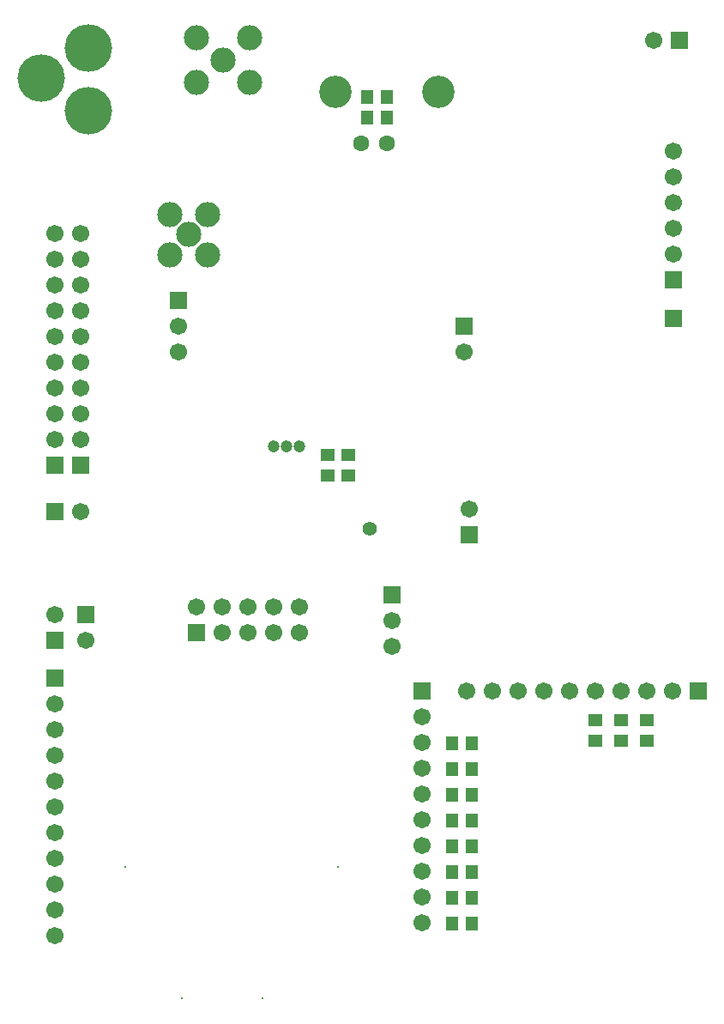
<source format=gbs>
G04 Layer_Color=16711935*
%FSLAX23Y23*%
%MOIN*%
G70*
G01*
G75*
%ADD57R,0.047X0.057*%
%ADD61R,0.057X0.047*%
%ADD81C,0.185*%
%ADD82C,0.067*%
%ADD83R,0.067X0.067*%
%ADD84C,0.063*%
%ADD85C,0.126*%
%ADD86R,0.067X0.067*%
%ADD87C,0.008*%
%ADD88C,0.047*%
%ADD89C,0.098*%
%ADD90C,0.055*%
D57*
X1439Y3500D02*
D03*
X1361D02*
D03*
X1439Y3580D02*
D03*
X1361D02*
D03*
X1769Y370D02*
D03*
X1691D02*
D03*
X1769Y470D02*
D03*
X1691D02*
D03*
X1769Y570D02*
D03*
X1691D02*
D03*
X1769Y670D02*
D03*
X1691D02*
D03*
X1769Y770D02*
D03*
X1691D02*
D03*
X1769Y870D02*
D03*
X1691D02*
D03*
X1769Y970D02*
D03*
X1691D02*
D03*
X1769Y1070D02*
D03*
X1691D02*
D03*
D61*
X2450Y1081D02*
D03*
Y1159D02*
D03*
X2250Y1081D02*
D03*
Y1159D02*
D03*
X2350Y1081D02*
D03*
Y1159D02*
D03*
X1210Y2111D02*
D03*
Y2189D02*
D03*
X1290Y2111D02*
D03*
Y2189D02*
D03*
D81*
X95Y3652D02*
D03*
X280Y3526D02*
D03*
Y3770D02*
D03*
D82*
X1100Y1600D02*
D03*
Y1500D02*
D03*
X1000Y1600D02*
D03*
Y1500D02*
D03*
X900Y1600D02*
D03*
Y1500D02*
D03*
X800Y1600D02*
D03*
Y1500D02*
D03*
X700Y1600D02*
D03*
X630Y2590D02*
D03*
Y2690D02*
D03*
X1740Y2590D02*
D03*
X270Y1470D02*
D03*
X150Y1570D02*
D03*
X1460Y1448D02*
D03*
Y1548D02*
D03*
X150Y425D02*
D03*
Y525D02*
D03*
Y625D02*
D03*
Y725D02*
D03*
Y825D02*
D03*
Y925D02*
D03*
Y1025D02*
D03*
Y1125D02*
D03*
Y1225D02*
D03*
Y325D02*
D03*
X2551Y3371D02*
D03*
Y3271D02*
D03*
Y3171D02*
D03*
Y3071D02*
D03*
Y2971D02*
D03*
X150Y2250D02*
D03*
Y2350D02*
D03*
Y2450D02*
D03*
Y2550D02*
D03*
Y2650D02*
D03*
Y2750D02*
D03*
Y2850D02*
D03*
Y2950D02*
D03*
Y3050D02*
D03*
X250Y2250D02*
D03*
Y2350D02*
D03*
Y2450D02*
D03*
Y2550D02*
D03*
Y2650D02*
D03*
Y2750D02*
D03*
Y2850D02*
D03*
Y2950D02*
D03*
Y3050D02*
D03*
X1575Y1175D02*
D03*
Y1075D02*
D03*
Y975D02*
D03*
Y875D02*
D03*
Y775D02*
D03*
Y675D02*
D03*
Y575D02*
D03*
Y475D02*
D03*
Y375D02*
D03*
X2550Y1275D02*
D03*
X2450D02*
D03*
X2350D02*
D03*
X2250D02*
D03*
X2150D02*
D03*
X2050D02*
D03*
X1950D02*
D03*
X1850D02*
D03*
X1750D02*
D03*
X1760Y1980D02*
D03*
X250Y1970D02*
D03*
X2475Y3800D02*
D03*
D83*
X700Y1500D02*
D03*
X630Y2790D02*
D03*
X1740Y2690D02*
D03*
X270Y1570D02*
D03*
X150Y1470D02*
D03*
X1460Y1648D02*
D03*
X150Y1325D02*
D03*
X2551Y2871D02*
D03*
X150Y2150D02*
D03*
X250D02*
D03*
X1575Y1275D02*
D03*
X2551Y2721D02*
D03*
X1760Y1880D02*
D03*
D84*
X1440Y3400D02*
D03*
X1340D02*
D03*
D85*
X1640Y3600D02*
D03*
X1240D02*
D03*
D86*
X2650Y1275D02*
D03*
X150Y1970D02*
D03*
X2575Y3800D02*
D03*
D87*
X422Y590D02*
D03*
X1249D02*
D03*
X956Y79D02*
D03*
X641D02*
D03*
D88*
X1000Y2225D02*
D03*
X1050D02*
D03*
X1100D02*
D03*
D89*
X699Y3810D02*
D03*
X904Y3637D02*
D03*
X699D02*
D03*
X904Y3810D02*
D03*
X801Y3724D02*
D03*
X741Y2968D02*
D03*
X595Y3125D02*
D03*
Y2968D02*
D03*
X741Y3125D02*
D03*
X668Y3046D02*
D03*
D90*
X1372Y1905D02*
D03*
M02*

</source>
